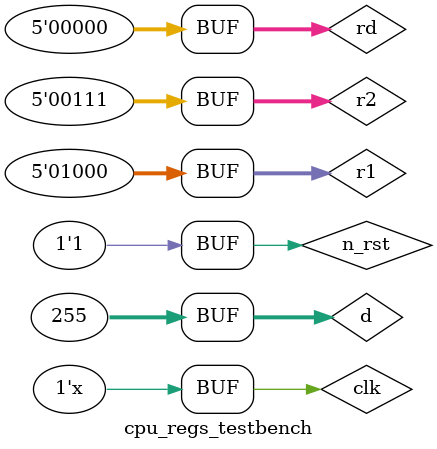
<source format=sv>
`timescale 1ns / 1ps

module cpu_regs_testbench();

    reg [4:0] r1;
    reg [4:0] r2;
    reg [4:0] rd;
    reg [31:0] d;
    reg clk;
    reg n_rst;
    
    wire [31:0] q1;
    wire [31:0] q2;
    
    cpu_regs #(32) rg(
        .r1(r1),
        .r2(r2),
        .rd(rd),
        .d(d),
        .n_rst(n_rst),
        .stall_pipeline(1'b0),
        .clk(clk),
        .q1(q1),
         .q2(q2)
    );
    
    initial 
    begin
        clk = 1'b0;
        r1 = 5'b0;
        r2 = 5'b0;
        rd = 5'b0;
        d = 32'b0;
        n_rst = 1'b1;
        
         #2;
        n_rst = 1'b0;
        
         #2;
        n_rst = 1'b1;
        
        d = 32'hAF;
        rd = 5'd7;
        r1 = 5'd8;
        r2 = 5'd8;
        
         #2;
        d = 32'hFF;
        rd = 5'd7;
        r2 = 5'd7;
        
         #2;
        rd = 5'd0;
        
    end
    
    always #1 clk = ~ clk;
    
endmodule

</source>
